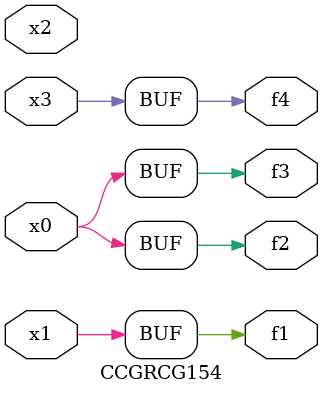
<source format=v>
module CCGRCG154(
	input x0, x1, x2, x3,
	output f1, f2, f3, f4
);
	assign f1 = x1;
	assign f2 = x0;
	assign f3 = x0;
	assign f4 = x3;
endmodule

</source>
